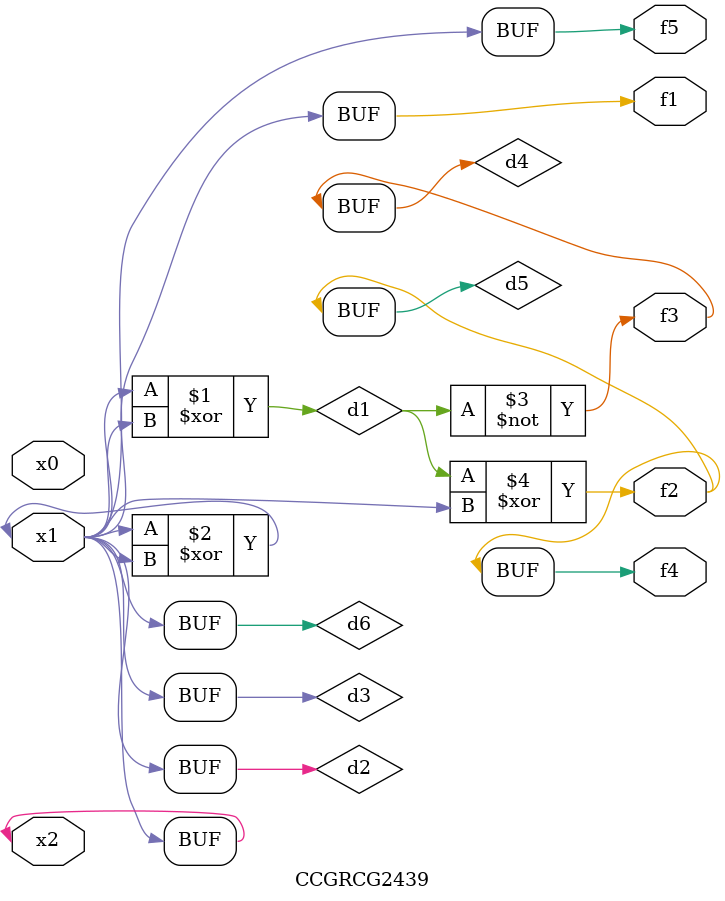
<source format=v>
module CCGRCG2439(
	input x0, x1, x2,
	output f1, f2, f3, f4, f5
);

	wire d1, d2, d3, d4, d5, d6;

	xor (d1, x1, x2);
	buf (d2, x1, x2);
	xor (d3, x1, x2);
	nor (d4, d1);
	xor (d5, d1, d2);
	buf (d6, d2, d3);
	assign f1 = d6;
	assign f2 = d5;
	assign f3 = d4;
	assign f4 = d5;
	assign f5 = d6;
endmodule

</source>
